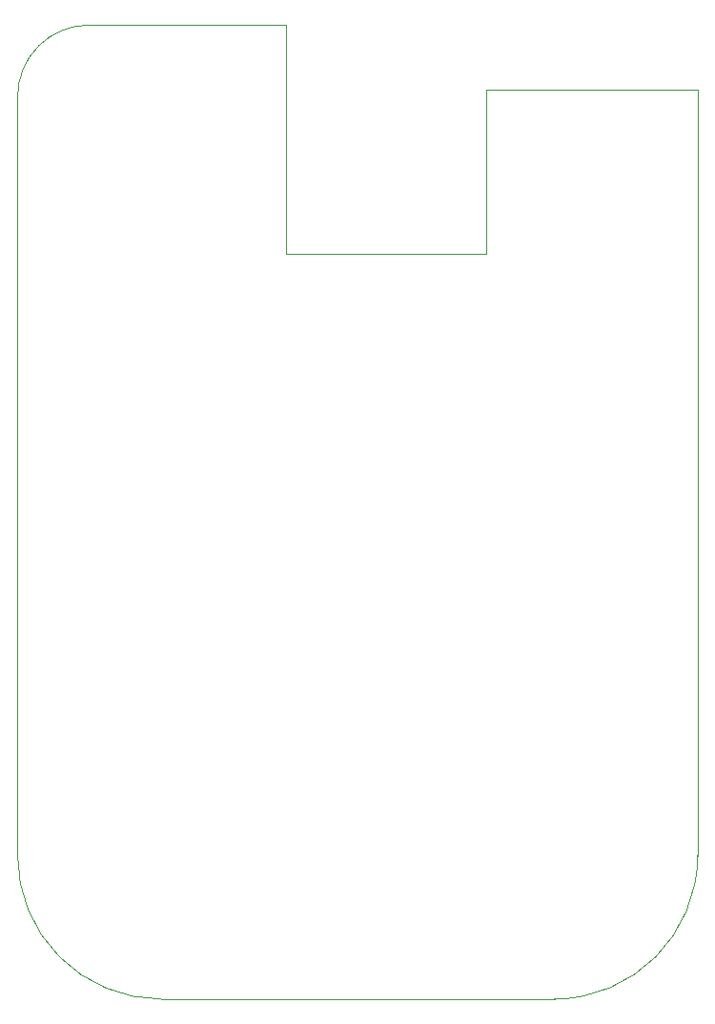
<source format=gm1>
%TF.GenerationSoftware,KiCad,Pcbnew,5.1.10*%
%TF.CreationDate,2021-06-14T02:10:03+02:00*%
%TF.ProjectId,output-cape-v1,6f757470-7574-42d6-9361-70652d76312e,1*%
%TF.SameCoordinates,Original*%
%TF.FileFunction,Profile,NP*%
%FSLAX46Y46*%
G04 Gerber Fmt 4.6, Leading zero omitted, Abs format (unit mm)*
G04 Created by KiCad (PCBNEW 5.1.10) date 2021-06-14 02:10:03*
%MOMM*%
%LPD*%
G01*
G04 APERTURE LIST*
%TA.AperFunction,Profile*%
%ADD10C,0.100000*%
%TD*%
%TA.AperFunction,Profile*%
%ADD11C,0.050000*%
%TD*%
G04 APERTURE END LIST*
D10*
X136399999Y-133085478D02*
G75*
G02*
X123674795Y-145809894I-12755013J30599D01*
G01*
X136400000Y-65772000D02*
X136400000Y-133085478D01*
X76000000Y-65744382D02*
G75*
G02*
X82345108Y-59399274I6345108J0D01*
G01*
X88710215Y-145809895D02*
G75*
G02*
X76000000Y-133058787I14569J12724803D01*
G01*
X76000000Y-133058787D02*
X76000000Y-65744382D01*
D11*
X136400000Y-65114285D02*
X136400000Y-65772000D01*
X117601173Y-65114285D02*
X117601173Y-79719285D01*
D10*
X82345108Y-59399274D02*
X99821173Y-59399285D01*
D11*
X99821173Y-79719285D02*
X117601173Y-79719285D01*
X117601173Y-65114285D02*
X136400000Y-65114285D01*
X99821173Y-59399285D02*
X99821173Y-79719285D01*
D10*
X123674795Y-145809894D02*
X88710215Y-145809895D01*
M02*

</source>
